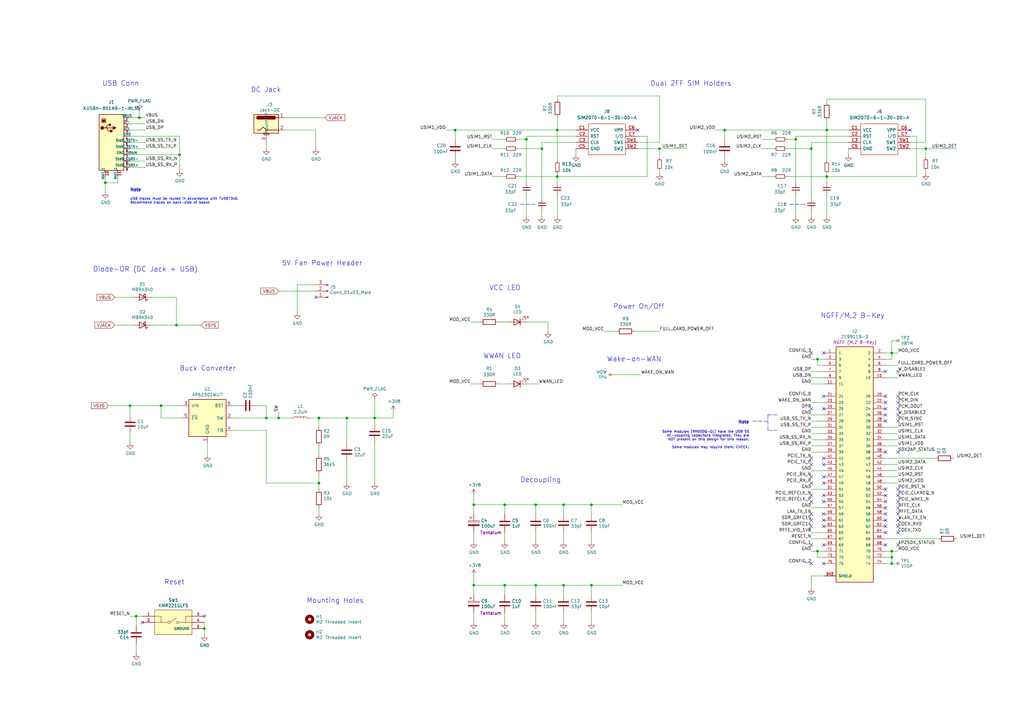
<source format=kicad_sch>
(kicad_sch (version 20211123) (generator eeschema)
  (paper "A3")
  (title_block (title "USB3 NGFF (M.2) Cellular Module Carrier") (rev "2") (comment 1 "All capacitors X7R or C0G MLCC 6.3V unless noted") (comment 2 "All resistors 1% unless noted") (comment 4 "Damien Walsh 2020 - www.damow.net"))
  (lib_symbols
    (symbol "2199119-3:2199119-3" (pin_names (offset 1.016))
      (property "Reference" "J" (at -7.6454 48.9966 0))
      (property "Value" "2199119-3" (at -7.62 -50.8762 0))
      (symbol "2199119-3_0_0"
        (pin passive line (at -12.7 45.72 0) (length 5.08) (name "1") (number "1"))
        (pin passive line (at 12.7 35.56 180) (length 5.08) (name "10") (number "10"))
        (pin passive line (at -12.7 33.02 0) (length 5.08) (name "11") (number "11"))
        (pin passive line (at 12.7 45.72 180) (length 5.08) (name "2") (number "2"))
        (pin passive line (at 12.7 27.94 180) (length 5.08) (name "20") (number "20"))
        (pin passive line (at -12.7 27.94 0) (length 5.08) (name "21") (number "21"))
        (pin passive line (at 12.7 25.4 180) (length 5.08) (name "22") (number "22"))
        (pin passive line (at -12.7 25.4 0) (length 5.08) (name "23") (number "23"))
        (pin passive line (at 12.7 22.86 180) (length 5.08) (name "24") (number "24"))
        (pin passive line (at -12.7 22.86 0) (length 5.08) (name "25") (number "25"))
        (pin passive line (at 12.7 20.32 180) (length 5.08) (name "26") (number "26"))
        (pin passive line (at -12.7 20.32 0) (length 5.08) (name "27") (number "27"))
        (pin passive line (at 12.7 17.78 180) (length 5.08) (name "28") (number "28"))
        (pin passive line (at -12.7 17.78 0) (length 5.08) (name "29") (number "29"))
        (pin passive line (at -12.7 43.18 0) (length 5.08) (name "3") (number "3"))
        (pin passive line (at 12.7 15.24 180) (length 5.08) (name "30") (number "30"))
        (pin passive line (at -12.7 15.24 0) (length 5.08) (name "31") (number "31"))
        (pin passive line (at 12.7 12.7 180) (length 5.08) (name "32") (number "32"))
        (pin passive line (at -12.7 12.7 0) (length 5.08) (name "33") (number "33"))
        (pin passive line (at 12.7 10.16 180) (length 5.08) (name "34") (number "34"))
        (pin passive line (at -12.7 10.16 0) (length 5.08) (name "35") (number "35"))
        (pin passive line (at 12.7 7.62 180) (length 5.08) (name "36") (number "36"))
        (pin passive line (at -12.7 7.62 0) (length 5.08) (name "37") (number "37"))
        (pin passive line (at 12.7 5.08 180) (length 5.08) (name "38") (number "38"))
        (pin passive line (at -12.7 5.08 0) (length 5.08) (name "39") (number "39"))
        (pin passive line (at 12.7 43.18 180) (length 5.08) (name "4") (number "4"))
        (pin passive line (at 12.7 2.54 180) (length 5.08) (name "40") (number "40"))
        (pin passive line (at -12.7 2.54 0) (length 5.08) (name "41") (number "41"))
        (pin passive line (at 12.7 0 180) (length 5.08) (name "42") (number "42"))
        (pin passive line (at -12.7 0 0) (length 5.08) (name "43") (number "43"))
        (pin passive line (at 12.7 -2.54 180) (length 5.08) (name "44") (number "44"))
        (pin passive line (at -12.7 -2.54 0) (length 5.08) (name "45") (number "45"))
        (pin passive line (at 12.7 -5.08 180) (length 5.08) (name "46") (number "46"))
        (pin passive line (at -12.7 -5.08 0) (length 5.08) (name "47") (number "47"))
        (pin passive line (at 12.7 -7.62 180) (length 5.08) (name "48") (number "48"))
        (pin passive line (at -12.7 -7.62 0) (length 5.08) (name "49") (number "49"))
        (pin passive line (at -12.7 40.64 0) (length 5.08) (name "5") (number "5"))
        (pin passive line (at 12.7 -10.16 180) (length 5.08) (name "50") (number "50"))
        (pin passive line (at -12.7 -10.16 0) (length 5.08) (name "51") (number "51"))
        (pin passive line (at 12.7 -12.7 180) (length 5.08) (name "52") (number "52"))
        (pin passive line (at -12.7 -12.7 0) (length 5.08) (name "53") (number "53"))
        (pin passive line (at 12.7 -15.24 180) (length 5.08) (name "54") (number "54"))
        (pin passive line (at -12.7 -15.24 0) (length 5.08) (name "55") (number "55"))
        (pin passive line (at 12.7 -17.78 180) (length 5.08) (name "56") (number "56"))
        (pin passive line (at -12.7 -17.78 0) (length 5.08) (name "57") (number "57"))
        (pin passive line (at 12.7 -20.32 180) (length 5.08) (name "58") (number "58"))
        (pin passive line (at -12.7 -20.32 0) (length 5.08) (name "59") (number "59"))
        (pin passive line (at 12.7 40.64 180) (length 5.08) (name "6") (number "6"))
        (pin passive line (at 12.7 -22.86 180) (length 5.08) (name "60") (number "60"))
        (pin passive line (at -12.7 -22.86 0) (length 5.08) (name "61") (number "61"))
        (pin passive line (at 12.7 -25.4 180) (length 5.08) (name "62") (number "62"))
        (pin passive line (at -12.7 -25.4 0) (length 5.08) (name "63") (number "63"))
        (pin passive line (at 12.7 -27.94 180) (length 5.08) (name "64") (number "64"))
        (pin passive line (at -12.7 -27.94 0) (length 5.08) (name "65") (number "65"))
        (pin passive line (at 12.7 -30.48 180) (length 5.08) (name "66") (number "66"))
        (pin passive line (at -12.7 -30.48 0) (length 5.08) (name "67") (number "67"))
        (pin passive line (at 12.7 -33.02 180) (length 5.08) (name "68") (number "68"))
        (pin passive line (at -12.7 -33.02 0) (length 5.08) (name "69") (number "69"))
        (pin passive line (at -12.7 38.1 0) (length 5.08) (name "7") (number "7"))
        (pin passive line (at 12.7 -35.56 180) (length 5.08) (name "70") (number "70"))
        (pin passive line (at -12.7 -35.56 0) (length 5.08) (name "71") (number "71"))
        (pin passive line (at 12.7 -38.1 180) (length 5.08) (name "72") (number "72"))
        (pin passive line (at -12.7 -38.1 0) (length 5.08) (name "73") (number "73"))
        (pin passive line (at 12.7 -40.64 180) (length 5.08) (name "74") (number "74"))
        (pin passive line (at -12.7 -40.64 0) (length 5.08) (name "75") (number "75"))
        (pin passive line (at 12.7 38.1 180) (length 5.08) (name "8") (number "8"))
        (pin passive line (at -12.7 35.56 0) (length 5.08) (name "9") (number "9"))
        (pin passive line (at -12.7 -45.72 0) (length 5.08) (name "SHIELD") (number "SH1"))
        (pin passive line (at -12.7 -45.72 0) (length 5.08) (name "SHIELD") (number "SH2"))
      )
    )
    (symbol "692221030100:692221030100" (pin_names (offset 0))
      (property "Reference" "J" (at -5.08 10.16 0))
      (property "Value" "692221030100" (at -5.08 12.7 0))
      (symbol "692221030100_1_1"
        (pin power_in line (at 7.62 6.35 180) (length 2.54) (name "VBUS") (number "1"))
        (pin passive line (at -2.54 -17.78 90) (length 2.54) (name "MNT_1") (number "10"))
        (pin passive line (at 2.54 -17.78 90) (length 2.54) (name "MNT_2") (number "11"))
        (pin bidirectional line (at 7.62 3.81 180) (length 2.54) (name "D-") (number "2"))
        (pin bidirectional line (at 7.62 1.27 180) (length 2.54) (name "D+") (number "3"))
        (pin power_in line (at 7.62 -1.27 180) (length 2.54) (name "GND") (number "4"))
        (pin output line (at 7.62 -3.81 180) (length 2.54) (name "StdB_SSTX-") (number "5"))
        (pin output line (at 7.62 -6.35 180) (length 2.54) (name "StdB_SSTX+") (number "6"))
        (pin power_in line (at 7.62 -8.89 180) (length 2.54) (name "GND_DRAIN") (number "7"))
        (pin input line (at 7.62 -11.43 180) (length 2.54) (name "StdB_SSRX-") (number "8"))
        (pin input line (at 7.62 -13.97 180) (length 2.54) (name "StdB_SSRX+") (number "9"))
      )
    )
    (symbol "Connector:Barrel_Jack_MountingPin"
      (property "Reference" "J3" (at 1.4224 7.9248 0))
      (property "Value" "Jack-DC" (at 1.4224 5.6896 0))
      (symbol "Barrel_Jack_MountingPin_1_1"
        (text "Mounting" (at 0 -4.191 0) (effects (font (size 0.381 0.381))))
        (pin passive line (at 7.62 2.54 180) (length 2.54) (name "~") (number "1"))
        (pin passive line (at 7.62 -2.54 180) (length 2.54) (name "~") (number "2"))
        (pin passive line (at 0 -7.62 90) (length 3.048) (name "MountPin") (number "3"))
      )
    )
    (symbol "Connector:Conn_01x03_Male" (pin_names (offset 1.016) hide)
      (property "Reference" "J" (at 0 5.08 0))
      (property "Value" "Conn_01x03_Male" (at 0 -5.08 0))
      (symbol "Conn_01x03_Male_1_1"
        (pin passive line (at 5.08 2.54 180) (length 3.81) (name "Pin_1") (number "1"))
        (pin passive line (at 5.08 0 180) (length 3.81) (name "Pin_2") (number "2"))
        (pin passive line (at 5.08 -2.54 180) (length 3.81) (name "Pin_3") (number "3"))
      )
    )
    (symbol "Connector:TestPoint_Small" (pin_numbers hide) (pin_names (offset 0.762) hide)
      (property "Reference" "TP" (at 0 3.81 0))
      (property "Value" "TestPoint_Small" (at 0 2.032 0))
      (symbol "TestPoint_Small_1_1"
        (pin passive line (at 0 0 90) (length 0) (name "1") (number "1"))
      )
    )
    (symbol "Device:C" (pin_numbers hide) (pin_names (offset 0.254))
      (property "Reference" "C" (at 0.635 2.54 0))
      (property "Value" "C" (at 0.635 -2.54 0))
      (symbol "C_1_1"
        (pin passive line (at 0 3.81 270) (length 2.794) (name "~") (number "1"))
        (pin passive line (at 0 -3.81 90) (length 2.794) (name "~") (number "2"))
      )
    )
    (symbol "Device:CP" (pin_numbers hide) (pin_names (offset 0.254))
      (property "Reference" "C" (at 0.635 2.54 0))
      (property "Value" "Device_CP" (at 0.635 -2.54 0))
      (symbol "CP_1_1"
        (pin passive line (at 0 3.81 270) (length 2.794) (name "~") (number "1"))
        (pin passive line (at 0 -3.81 90) (length 2.794) (name "~") (number "2"))
      )
    )
    (symbol "Device:C_Small" (pin_numbers hide) (pin_names (offset 0.254) hide)
      (property "Reference" "C" (at 0.254 1.778 0))
      (property "Value" "C_Small" (at 0.254 -2.032 0))
      (symbol "C_Small_1_1"
        (pin passive line (at 0 2.54 270) (length 2.032) (name "~") (number "1"))
        (pin passive line (at 0 -2.54 90) (length 2.032) (name "~") (number "2"))
      )
    )
    (symbol "Device:L" (pin_numbers hide) (pin_names (offset 1.016) hide)
      (property "Reference" "L" (at -1.27 0 90))
      (property "Value" "L" (at 1.905 0 90))
      (symbol "L_1_1"
        (pin passive line (at 0 3.81 270) (length 1.27) (name "1") (number "1"))
        (pin passive line (at 0 -3.81 90) (length 1.27) (name "2") (number "2"))
      )
    )
    (symbol "Device:LED" (pin_numbers hide) (pin_names (offset 1.016) hide)
      (property "Reference" "D" (at 0 2.54 0))
      (property "Value" "LED" (at 0 -2.54 0))
      (symbol "LED_1_1"
        (pin passive line (at -3.81 0 0) (length 2.54) (name "K") (number "1"))
        (pin passive line (at 3.81 0 180) (length 2.54) (name "A") (number "2"))
      )
    )
    (symbol "Device:R" (pin_numbers hide) (pin_names (offset 0))
      (property "Reference" "R" (at 2.032 0 90))
      (property "Value" "R" (at 0 0 90))
      (symbol "R_1_1"
        (pin passive line (at 0 3.81 270) (length 1.27) (name "~") (number "1"))
        (pin passive line (at 0 -3.81 90) (length 1.27) (name "~") (number "2"))
      )
    )
    (symbol "Device:R_Small" (pin_numbers hide) (pin_names (offset 0.254) hide)
      (property "Reference" "R" (at 0.762 0.508 0))
      (property "Value" "R_Small" (at 0.762 -1.016 0))
      (symbol "R_Small_1_1"
        (pin passive line (at 0 2.54 270) (length 0.762) (name "~") (number "1"))
        (pin passive line (at 0 -2.54 90) (length 0.762) (name "~") (number "2"))
      )
    )
    (symbol "Diode:MBRA340" (pin_numbers hide) (pin_names hide)
      (property "Reference" "D" (at 0 2.54 0))
      (property "Value" "MBRA340" (at 0 -2.54 0))
      (symbol "MBRA340_1_1"
        (pin passive line (at -3.81 0 0) (length 2.54) (name "K") (number "1"))
        (pin passive line (at 3.81 0 180) (length 2.54) (name "A") (number "2"))
      )
    )
    (symbol "KMR221GLFS:KMR221GLFS" (pin_names (offset 1.016))
      (property "Reference" "SW" (at 0 5.08 0))
      (property "Value" "KMR221GLFS" (at 0 7.62 0))
      (symbol "KMR221GLFS_1_1"
        (pin passive line (at 0 0 0) (length 5.08) (name "1") (number "1"))
        (pin passive line (at 0 -2.54 0) (length 5.08) (name "2") (number "2"))
        (pin passive line (at 25.4 0 180) (length 5.08) (name "3") (number "3"))
        (pin passive line (at 25.4 -2.54 180) (length 5.08) (name "4") (number "4"))
        (pin power_in line (at 25.4 -5.08 180) (length 5.08) (name "GROUND") (number "5"))
      )
    )
    (symbol "Mechanical:MountingHole" (pin_names (offset 1.016))
      (property "Reference" "H" (at 0 5.08 0))
      (property "Value" "MountingHole" (at 0 3.175 0))
    )
    (symbol "Power_Management:AP62301WU7" (pin_names (offset 1.016))
      (property "Reference" "U" (at 0 7.62 0))
      (property "Value" "Power_Management_AP62301WU7" (at 0 7.62 0))
      (symbol "AP62301WU7_1_1"
        (pin power_in line (at 0 -12.7 90) (length 2.54) (name "GND") (number "1"))
        (pin power_out line (at 10.16 -2.54 180) (length 2.54) (name "SW") (number "2"))
        (pin power_in line (at -10.16 2.54 0) (length 2.54) (name "VIN") (number "3"))
        (pin passive line (at 10.16 -7.62 180) (length 2.54) (name "FB") (number "4"))
        (pin input line (at -10.16 -2.54 0) (length 2.54) (name "~{EN}") (number "5"))
        (pin input line (at 10.16 2.54 180) (length 2.54) (name "BST") (number "6"))
      )
    )
    (symbol "SamacSys_Parts:SIM2070-6-1-30-00-A" (pin_names (offset 0.762))
      (property "Reference" "J" (at 21.59 7.62 0))
      (property "Value" "SIM2070-6-1-30-00-A" (at 21.59 5.08 0))
      (symbol "SIM2070-6-1-30-00-A_0_0"
        (pin passive line (at 0 0 0) (length 5.08) (name "VCC") (number "C1"))
        (pin passive line (at 0 -2.54 0) (length 5.08) (name "RST") (number "C2"))
        (pin passive line (at 0 -5.08 0) (length 5.08) (name "CLK") (number "C3"))
        (pin passive line (at 0 -7.62 0) (length 5.08) (name "GND") (number "C5"))
        (pin passive line (at 25.4 0 180) (length 5.08) (name "VPP") (number "C6"))
        (pin passive line (at 25.4 -2.54 180) (length 5.08) (name "I/O") (number "C7"))
        (pin passive line (at 25.4 -5.08 180) (length 5.08) (name "SW1") (number "SW1"))
        (pin passive line (at 25.4 -7.62 180) (length 5.08) (name "SW2") (number "SW2"))
      )
    )
    (symbol "power:+3V8" (power) (pin_names (offset 0))
      (property "Value" "+3V8" (at 0 3.556 0))
      (symbol "+3V8_1_1"
        (pin power_in line (at 0 0 90) (length 0) hide (name "+3V8") (number "1"))
      )
    )
    (symbol "power:GND" (power) (pin_names (offset 0))
      (property "Value" "GND" (at 0 -3.81 0))
      (symbol "GND_1_1"
        (pin power_in line (at 0 0 270) (length 0) hide (name "GND") (number "1"))
      )
    )
    (symbol "power:PWR_FLAG" (power) (pin_numbers hide) (pin_names (offset 0) hide)
      (property "Value" "PWR_FLAG" (at 0 3.81 0))
      (symbol "PWR_FLAG_0_0"
        (pin power_out line (at 0 0 90) (length 0) (name "pwr") (number "1"))
      )
    )
  )
  (junction (at 339.09 53.34))
  (junction (at 270.51 60.96))
  (junction (at 379.73 60.96))
  (junction (at 207.01 240.03))
  (junction (at 222.25 60.96))
  (junction (at 365.76 228.6))
  (junction (at 332.74 60.96))
  (junction (at 215.9 57.15))
  (junction (at 72.39 133.35))
  (junction (at 57.15 48.26))
  (junction (at 365.76 226.06))
  (junction (at 219.71 207.01))
  (junction (at 194.31 207.01))
  (junction (at 242.57 240.03))
  (junction (at 326.39 57.15))
  (junction (at 53.34 166.37))
  (junction (at 228.6 72.39))
  (junction (at 207.01 207.01))
  (junction (at 242.57 207.01))
  (junction (at 109.22 171.45))
  (junction (at 130.81 198.12))
  (junction (at 365.76 231.14))
  (junction (at 194.31 240.03))
  (junction (at 297.18 53.34))
  (junction (at 83.82 257.81))
  (junction (at 142.24 171.45))
  (junction (at 335.28 226.06))
  (junction (at 130.81 171.45))
  (junction (at 335.28 147.32))
  (junction (at 73.66 63.5))
  (junction (at 66.04 166.37))
  (junction (at 228.6 53.34))
  (junction (at 339.09 72.39))
  (junction (at 114.3 171.45))
  (junction (at 43.18 74.93))
  (junction (at 186.69 53.34))
  (junction (at 365.76 144.78))
  (junction (at 219.71 240.03))
  (junction (at 231.14 240.03))
  (junction (at 231.14 207.01))
  (junction (at 55.88 252.73))
  (junction (at 153.67 171.45))
  (no_connect (at 368.3 213.36))
  (no_connect (at 337.82 210.82))
  (no_connect (at 337.82 190.5))
  (no_connect (at 332.74 205.74))
  (no_connect (at 363.22 205.74))
  (no_connect (at 363.22 170.18))
  (no_connect (at 337.82 215.9))
  (no_connect (at 368.3 218.44))
  (no_connect (at 332.74 231.14))
  (no_connect (at 332.74 190.5))
  (no_connect (at 363.22 185.42))
  (no_connect (at 332.74 203.2))
  (no_connect (at 363.22 200.66))
  (no_connect (at 373.38 53.34))
  (no_connect (at 368.3 165.1))
  (no_connect (at 368.3 210.82))
  (no_connect (at 337.82 213.36))
  (no_connect (at 363.22 210.82))
  (no_connect (at 368.3 172.72))
  (no_connect (at 363.22 165.1))
  (no_connect (at 261.62 53.34))
  (no_connect (at 332.74 195.58))
  (no_connect (at 363.22 208.28))
  (no_connect (at 368.3 152.4))
  (no_connect (at 337.82 167.64))
  (no_connect (at 368.3 223.52))
  (no_connect (at 83.82 252.73))
  (no_connect (at 337.82 223.52))
  (no_connect (at 368.3 170.18))
  (no_connect (at 337.82 195.58))
  (no_connect (at 337.82 205.74))
  (no_connect (at 368.3 203.2))
  (no_connect (at 363.22 172.72))
  (no_connect (at 363.22 218.44))
  (no_connect (at 332.74 187.96))
  (no_connect (at 363.22 167.64))
  (no_connect (at 332.74 215.9))
  (no_connect (at 337.82 231.14))
  (no_connect (at 368.3 167.64))
  (no_connect (at 332.74 210.82))
  (no_connect (at 368.3 162.56))
  (no_connect (at 363.22 162.56))
  (no_connect (at 129.54 121.92))
  (no_connect (at 363.22 215.9))
  (no_connect (at 368.3 208.28))
  (no_connect (at 368.3 215.9))
  (no_connect (at 337.82 162.56))
  (no_connect (at 363.22 203.2))
  (no_connect (at 332.74 223.52))
  (no_connect (at 332.74 213.36))
  (no_connect (at 337.82 203.2))
  (no_connect (at 363.22 152.4))
  (no_connect (at 368.3 205.74))
  (no_connect (at 337.82 187.96))
  (no_connect (at 332.74 198.12))
  (no_connect (at 363.22 223.52))
  (no_connect (at 337.82 144.78))
  (no_connect (at 368.3 185.42))
  (no_connect (at 368.3 200.66))
  (no_connect (at 337.82 198.12))
  (no_connect (at 58.42 255.27))
  (no_connect (at 332.74 167.64))
  (no_connect (at 332.74 144.78))
  (no_connect (at 363.22 213.36))
  (wire (pts (xy 247.65 135.89) (xy 252.73 135.89)))
  (wire (pts (xy 207.01 251.46) (xy 207.01 255.27)))
  (wire (pts (xy 130.81 182.88) (xy 130.81 186.69)))
  (wire (pts (xy 74.93 171.45) (xy 66.04 171.45)))
  (wire (pts (xy 379.73 60.96) (xy 392.43 60.96)))
  (wire (pts (xy 322.58 60.96) (xy 332.74 60.96)))
  (wire (pts (xy 194.31 236.22) (xy 194.31 240.03)))
  (wire (pts (xy 332.74 60.96) (xy 332.74 81.28)))
  (wire (pts (xy 109.22 171.45) (xy 114.3 171.45)))
  (wire (pts (xy 337.82 226.06) (xy 335.28 226.06)))
  (wire (pts (xy 242.57 240.03) (xy 231.14 240.03)))
  (wire (pts (xy 293.37 53.34) (xy 297.18 53.34)))
  (wire (pts (xy 365.76 226.06) (xy 368.3 226.06)))
  (wire (pts (xy 265.43 55.88) (xy 261.62 55.88)))
  (polyline (pts (xy 314.96 170.18) (xy 314.96 176.53)))
  (wire (pts (xy 365.76 144.78) (xy 363.22 144.78)))
  (wire (pts (xy 375.92 55.88) (xy 375.92 72.39)))
  (wire (pts (xy 332.74 165.1) (xy 337.82 165.1)))
  (wire (pts (xy 231.14 218.44) (xy 231.14 222.25)))
  (wire (pts (xy 337.82 218.44) (xy 332.74 218.44)))
  (wire (pts (xy 224.79 132.08) (xy 224.79 135.89)))
  (wire (pts (xy 337.82 170.18) (xy 332.74 170.18)))
  (wire (pts (xy 242.57 210.82) (xy 242.57 207.01)))
  (wire (pts (xy 53.34 177.8) (xy 53.34 181.61)))
  (wire (pts (xy 297.18 53.34) (xy 297.18 57.15)))
  (wire (pts (xy 337.82 193.04) (xy 332.74 193.04)))
  (wire (pts (xy 54.61 121.92) (xy 46.99 121.92)))
  (wire (pts (xy 186.69 53.34) (xy 228.6 53.34)))
  (wire (pts (xy 130.81 175.26) (xy 130.81 171.45)))
  (wire (pts (xy 109.22 58.42) (xy 109.22 60.96)))
  (wire (pts (xy 335.28 226.06) (xy 332.74 226.06)))
  (wire (pts (xy 153.67 181.61) (xy 153.67 198.12)))
  (wire (pts (xy 368.3 139.7) (xy 365.76 139.7)))
  (wire (pts (xy 215.9 55.88) (xy 236.22 55.88)))
  (wire (pts (xy 182.88 53.34) (xy 186.69 53.34)))
  (wire (pts (xy 204.47 157.48) (xy 208.28 157.48)))
  (wire (pts (xy 375.92 55.88) (xy 373.38 55.88)))
  (wire (pts (xy 109.22 171.45) (xy 95.25 171.45)))
  (wire (pts (xy 53.34 48.26) (xy 57.15 48.26)))
  (wire (pts (xy 255.27 207.01) (xy 242.57 207.01)))
  (wire (pts (xy 332.74 86.36) (xy 332.74 88.9)))
  (wire (pts (xy 83.82 255.27) (xy 83.82 257.81)))
  (wire (pts (xy 57.15 48.26) (xy 59.69 48.26)))
  (wire (pts (xy 379.73 40.64) (xy 339.09 40.64)))
  (polyline (pts (xy 213.36 83.82) (xy 219.71 83.82)))
  (wire (pts (xy 59.69 66.04) (xy 53.34 66.04)))
  (wire (pts (xy 339.09 40.64) (xy 339.09 41.91)))
  (wire (pts (xy 335.28 147.32) (xy 337.82 147.32)))
  (wire (pts (xy 83.82 257.81) (xy 83.82 260.35)))
  (wire (pts (xy 222.25 86.36) (xy 222.25 88.9)))
  (wire (pts (xy 363.22 147.32) (xy 365.76 147.32)))
  (wire (pts (xy 85.09 181.61) (xy 85.09 186.69)))
  (wire (pts (xy 337.82 157.48) (xy 332.74 157.48)))
  (wire (pts (xy 194.31 207.01) (xy 194.31 210.82)))
  (wire (pts (xy 142.24 171.45) (xy 130.81 171.45)))
  (wire (pts (xy 363.22 180.34) (xy 368.3 180.34)))
  (wire (pts (xy 363.22 175.26) (xy 368.3 175.26)))
  (wire (pts (xy 121.92 116.84) (xy 129.54 116.84)))
  (wire (pts (xy 228.6 39.37) (xy 270.51 39.37)))
  (wire (pts (xy 270.51 60.96) (xy 270.51 64.77)))
  (wire (pts (xy 224.79 132.08) (xy 215.9 132.08)))
  (wire (pts (xy 194.31 251.46) (xy 194.31 255.27)))
  (wire (pts (xy 332.74 236.22) (xy 332.74 241.3)))
  (wire (pts (xy 219.71 251.46) (xy 219.71 255.27)))
  (wire (pts (xy 326.39 74.93) (xy 326.39 57.15)))
  (wire (pts (xy 337.82 154.94) (xy 332.74 154.94)))
  (wire (pts (xy 368.3 144.78) (xy 365.76 144.78)))
  (wire (pts (xy 53.34 252.73) (xy 55.88 252.73)))
  (wire (pts (xy 207.01 218.44) (xy 207.01 222.25)))
  (wire (pts (xy 228.6 72.39) (xy 265.43 72.39)))
  (wire (pts (xy 228.6 66.04) (xy 228.6 53.34)))
  (wire (pts (xy 66.04 171.45) (xy 66.04 166.37)))
  (wire (pts (xy 219.71 240.03) (xy 207.01 240.03)))
  (wire (pts (xy 368.3 195.58) (xy 363.22 195.58)))
  (wire (pts (xy 363.22 154.94) (xy 368.3 154.94)))
  (wire (pts (xy 207.01 210.82) (xy 207.01 207.01)))
  (wire (pts (xy 129.54 53.34) (xy 129.54 60.96)))
  (wire (pts (xy 43.18 74.93) (xy 48.26 74.93)))
  (wire (pts (xy 242.57 218.44) (xy 242.57 222.25)))
  (wire (pts (xy 347.98 55.88) (xy 326.39 55.88)))
  (wire (pts (xy 261.62 60.96) (xy 270.51 60.96)))
  (wire (pts (xy 332.74 175.26) (xy 337.82 175.26)))
  (wire (pts (xy 261.62 58.42) (xy 270.51 58.42)))
  (wire (pts (xy 194.31 218.44) (xy 194.31 222.25)))
  (wire (pts (xy 130.81 208.28) (xy 130.81 210.82)))
  (wire (pts (xy 326.39 80.01) (xy 326.39 88.9)))
  (wire (pts (xy 215.9 57.15) (xy 215.9 55.88)))
  (wire (pts (xy 260.35 135.89) (xy 270.51 135.89)))
  (wire (pts (xy 317.5 60.96) (xy 312.42 60.96)))
  (polyline (pts (xy 318.77 170.18) (xy 314.96 170.18)))
  (wire (pts (xy 73.66 63.5) (xy 73.66 69.85)))
  (wire (pts (xy 222.25 58.42) (xy 222.25 60.96)))
  (wire (pts (xy 335.28 228.6) (xy 337.82 228.6)))
  (wire (pts (xy 332.74 220.98) (xy 337.82 220.98)))
  (wire (pts (xy 53.34 53.34) (xy 59.69 53.34)))
  (wire (pts (xy 53.34 63.5) (xy 73.66 63.5)))
  (wire (pts (xy 379.73 60.96) (xy 379.73 64.77)))
  (wire (pts (xy 322.58 57.15) (xy 326.39 57.15)))
  (wire (pts (xy 228.6 71.12) (xy 228.6 72.39)))
  (wire (pts (xy 97.79 166.37) (xy 95.25 166.37)))
  (wire (pts (xy 142.24 189.23) (xy 142.24 198.12)))
  (wire (pts (xy 363.22 193.04) (xy 368.3 193.04)))
  (wire (pts (xy 130.81 171.45) (xy 127 171.45)))
  (wire (pts (xy 228.6 74.93) (xy 228.6 72.39)))
  (wire (pts (xy 186.69 53.34) (xy 186.69 57.15)))
  (wire (pts (xy 365.76 147.32) (xy 365.76 144.78)))
  (wire (pts (xy 365.76 228.6) (xy 365.76 231.14)))
  (wire (pts (xy 207.01 243.84) (xy 207.01 240.03)))
  (wire (pts (xy 53.34 68.58) (xy 59.69 68.58)))
  (wire (pts (xy 193.04 157.48) (xy 196.85 157.48)))
  (wire (pts (xy 368.3 231.14) (xy 365.76 231.14)))
  (wire (pts (xy 212.09 72.39) (xy 228.6 72.39)))
  (wire (pts (xy 62.23 121.92) (xy 72.39 121.92)))
  (wire (pts (xy 242.57 207.01) (xy 231.14 207.01)))
  (wire (pts (xy 53.34 58.42) (xy 59.69 58.42)))
  (wire (pts (xy 194.31 203.2) (xy 194.31 207.01)))
  (wire (pts (xy 228.6 39.37) (xy 228.6 40.64)))
  (wire (pts (xy 373.38 58.42) (xy 379.73 58.42)))
  (polyline (pts (xy 314.96 176.53) (xy 318.77 176.53)))
  (wire (pts (xy 231.14 251.46) (xy 231.14 255.27)))
  (wire (pts (xy 193.04 132.08) (xy 196.85 132.08)))
  (wire (pts (xy 72.39 121.92) (xy 72.39 133.35)))
  (wire (pts (xy 55.88 252.73) (xy 55.88 256.54)))
  (wire (pts (xy 53.34 166.37) (xy 53.34 170.18)))
  (wire (pts (xy 55.88 252.73) (xy 58.42 252.73)))
  (wire (pts (xy 53.34 166.37) (xy 66.04 166.37)))
  (wire (pts (xy 53.34 60.96) (xy 59.69 60.96)))
  (wire (pts (xy 207.01 72.39) (xy 201.93 72.39)))
  (wire (pts (xy 312.42 57.15) (xy 317.5 57.15)))
  (wire (pts (xy 250.19 153.67) (xy 262.89 153.67)))
  (wire (pts (xy 363.22 226.06) (xy 365.76 226.06)))
  (wire (pts (xy 265.43 72.39) (xy 265.43 55.88)))
  (wire (pts (xy 53.34 55.88) (xy 73.66 55.88)))
  (polyline (pts (xy 314.96 172.72) (xy 308.61 172.72)))
  (wire (pts (xy 55.88 264.16) (xy 55.88 267.97)))
  (wire (pts (xy 326.39 55.88) (xy 326.39 57.15)))
  (wire (pts (xy 368.3 190.5) (xy 363.22 190.5)))
  (wire (pts (xy 365.76 231.14) (xy 363.22 231.14)))
  (wire (pts (xy 373.38 60.96) (xy 379.73 60.96)))
  (wire (pts (xy 95.25 176.53) (xy 109.22 176.53)))
  (wire (pts (xy 43.18 74.93) (xy 43.18 78.74)))
  (wire (pts (xy 347.98 63.5) (xy 347.98 60.96)))
  (wire (pts (xy 72.39 133.35) (xy 82.55 133.35)))
  (wire (pts (xy 297.18 53.34) (xy 339.09 53.34)))
  (wire (pts (xy 212.09 60.96) (xy 222.25 60.96)))
  (wire (pts (xy 186.69 64.77) (xy 186.69 66.04)))
  (wire (pts (xy 53.34 166.37) (xy 44.45 166.37)))
  (wire (pts (xy 228.6 80.01) (xy 228.6 88.9)))
  (wire (pts (xy 228.6 53.34) (xy 236.22 53.34)))
  (wire (pts (xy 105.41 166.37) (xy 109.22 166.37)))
  (wire (pts (xy 339.09 71.12) (xy 339.09 72.39)))
  (wire (pts (xy 337.82 180.34) (xy 332.74 180.34)))
  (wire (pts (xy 337.82 172.72) (xy 332.74 172.72)))
  (wire (pts (xy 153.67 173.99) (xy 153.67 171.45)))
  (wire (pts (xy 270.51 71.12) (xy 270.51 69.85)))
  (wire (pts (xy 365.76 226.06) (xy 365.76 228.6)))
  (wire (pts (xy 219.71 210.82) (xy 219.71 207.01)))
  (wire (pts (xy 215.9 74.93) (xy 215.9 57.15)))
  (wire (pts (xy 228.6 48.26) (xy 228.6 53.34)))
  (wire (pts (xy 363.22 220.98) (xy 384.81 220.98)))
  (wire (pts (xy 62.23 133.35) (xy 72.39 133.35)))
  (wire (pts (xy 347.98 58.42) (xy 332.74 58.42)))
  (wire (pts (xy 231.14 207.01) (xy 219.71 207.01)))
  (wire (pts (xy 332.74 185.42) (xy 337.82 185.42)))
  (wire (pts (xy 220.98 157.48) (xy 215.9 157.48)))
  (wire (pts (xy 332.74 147.32) (xy 335.28 147.32)))
  (wire (pts (xy 207.01 60.96) (xy 201.93 60.96)))
  (wire (pts (xy 363.22 149.86) (xy 368.3 149.86)))
  (wire (pts (xy 109.22 198.12) (xy 130.81 198.12)))
  (wire (pts (xy 379.73 40.64) (xy 379.73 58.42)))
  (wire (pts (xy 337.82 152.4) (xy 332.74 152.4)))
  (wire (pts (xy 270.51 60.96) (xy 281.94 60.96)))
  (polyline (pts (xy 323.85 83.82) (xy 330.2 83.82)))
  (wire (pts (xy 335.28 226.06) (xy 335.28 228.6)))
  (wire (pts (xy 130.81 194.31) (xy 130.81 198.12)))
  (wire (pts (xy 332.74 177.8) (xy 337.82 177.8)))
  (wire (pts (xy 363.22 198.12) (xy 368.3 198.12)))
  (wire (pts (xy 114.3 168.91) (xy 114.3 171.45)))
  (wire (pts (xy 142.24 171.45) (xy 153.67 171.45)))
  (wire (pts (xy 368.3 177.8) (xy 363.22 177.8)))
  (wire (pts (xy 379.73 71.12) (xy 379.73 69.85)))
  (wire (pts (xy 121.92 116.84) (xy 121.92 128.27)))
  (wire (pts (xy 339.09 74.93) (xy 339.09 72.39)))
  (wire (pts (xy 270.51 39.37) (xy 270.51 58.42)))
  (wire (pts (xy 54.61 133.35) (xy 46.99 133.35)))
  (wire (pts (xy 222.25 60.96) (xy 222.25 81.28)))
  (wire (pts (xy 322.58 72.39) (xy 339.09 72.39)))
  (wire (pts (xy 130.81 200.66) (xy 130.81 198.12)))
  (wire (pts (xy 231.14 210.82) (xy 231.14 207.01)))
  (wire (pts (xy 242.57 243.84) (xy 242.57 240.03)))
  (wire (pts (xy 363.22 228.6) (xy 365.76 228.6)))
  (wire (pts (xy 317.5 72.39) (xy 312.42 72.39)))
  (wire (pts (xy 48.26 74.93) (xy 48.26 72.39)))
  (wire (pts (xy 368.3 182.88) (xy 363.22 182.88)))
  (wire (pts (xy 57.15 45.72) (xy 57.15 48.26)))
  (wire (pts (xy 215.9 80.01) (xy 215.9 88.9)))
  (wire (pts (xy 231.14 243.84) (xy 231.14 240.03)))
  (wire (pts (xy 335.28 147.32) (xy 335.28 149.86)))
  (wire (pts (xy 43.18 72.39) (xy 43.18 74.93)))
  (wire (pts (xy 114.3 171.45) (xy 119.38 171.45)))
  (wire (pts (xy 231.14 240.03) (xy 219.71 240.03)))
  (wire (pts (xy 116.84 53.34) (xy 129.54 53.34)))
  (wire (pts (xy 153.67 163.83) (xy 153.67 171.45)))
  (wire (pts (xy 153.67 171.45) (xy 161.29 171.45)))
  (wire (pts (xy 212.09 57.15) (xy 215.9 57.15)))
  (wire (pts (xy 339.09 66.04) (xy 339.09 53.34)))
  (wire (pts (xy 236.22 58.42) (xy 222.25 58.42)))
  (wire (pts (xy 365.76 144.78) (xy 365.76 139.7)))
  (wire (pts (xy 347.98 53.34) (xy 339.09 53.34)))
  (wire (pts (xy 332.74 58.42) (xy 332.74 60.96)))
  (wire (pts (xy 363.22 187.96) (xy 383.54 187.96)))
  (wire (pts (xy 255.27 240.03) (xy 242.57 240.03)))
  (wire (pts (xy 53.34 50.8) (xy 59.69 50.8)))
  (wire (pts (xy 161.29 171.45) (xy 161.29 168.91)))
  (wire (pts (xy 242.57 251.46) (xy 242.57 255.27)))
  (wire (pts (xy 194.31 207.01) (xy 207.01 207.01)))
  (wire (pts (xy 201.93 57.15) (xy 207.01 57.15)))
  (wire (pts (xy 236.22 63.5) (xy 236.22 60.96)))
  (wire (pts (xy 194.31 240.03) (xy 207.01 240.03)))
  (wire (pts (xy 109.22 166.37) (xy 109.22 171.45)))
  (wire (pts (xy 297.18 64.77) (xy 297.18 66.04)))
  (wire (pts (xy 339.09 49.53) (xy 339.09 53.34)))
  (wire (pts (xy 337.82 236.22) (xy 332.74 236.22)))
  (wire (pts (xy 219.71 218.44) (xy 219.71 222.25)))
  (wire (pts (xy 332.74 208.28) (xy 337.82 208.28)))
  (wire (pts (xy 194.31 240.03) (xy 194.31 243.84)))
  (wire (pts (xy 335.28 149.86) (xy 337.82 149.86)))
  (wire (pts (xy 109.22 176.53) (xy 109.22 198.12)))
  (wire (pts (xy 332.74 182.88) (xy 337.82 182.88)))
  (wire (pts (xy 219.71 207.01) (xy 207.01 207.01)))
  (wire (pts (xy 219.71 243.84) (xy 219.71 240.03)))
  (wire (pts (xy 339.09 80.01) (xy 339.09 88.9)))
  (wire (pts (xy 204.47 132.08) (xy 208.28 132.08)))
  (wire (pts (xy 116.84 48.26) (xy 133.35 48.26)))
  (wire (pts (xy 74.93 166.37) (xy 66.04 166.37)))
  (wire (pts (xy 332.74 200.66) (xy 337.82 200.66)))
  (wire (pts (xy 73.66 55.88) (xy 73.66 63.5)))
  (wire (pts (xy 339.09 72.39) (xy 375.92 72.39)))
  (wire (pts (xy 142.24 181.61) (xy 142.24 171.45)))
  (wire (pts (xy 114.3 119.38) (xy 129.54 119.38)))
  (text "Wake-on-WAN" (at 248.92 148.59 0) (effects (font (size 2.0066 2.0066)) (justify left bottom)))
  (text "USB Conn" (at 41.91 35.56 0) (effects (font (size 2.0066 2.0066)) (justify left bottom)))
  (text "5V Fan Power Header" (at 115.57 109.22 0) (effects (font (size 2.0066 2.0066)) (justify left bottom)))
  (text "VCC LED" (at 200.66 119.38 0) (effects (font (size 2.0066 2.0066)) (justify left bottom)))
  (text "USB traces must be routed in accordance with TUSB73x0.\nRecommend traces on back-side of board." (at 53.34 83.82 0) (effects (font (size 0.9906 0.9906)) (justify left bottom)))
  (text "Buck Converter" (at 73.66 152.4 0) (effects (font (size 2.0066 2.0066)) (justify left bottom)))
  (text "Note" (at 307.34 173.99 180) (effects (font (size 1.27 1.27) (thickness 0.254) bold) (justify right bottom)))
  (text "Note" (at 53.34 78.74 0) (effects (font (size 1.27 1.27) (thickness 0.254) bold) (justify left bottom)))
  (text "Some modules (RM500Q-GL) have the USB SS\nAC-coupling capacitors integrated. They are\nNOT present on this design for this reason.\n\nSome modules may require them. CHECK." (at 307.34 184.15 0) (effects (font (size 0.9906 0.9906)) (justify right bottom)))
  (text "Power On/Off" (at 251.46 127 0) (effects (font (size 2.0066 2.0066)) (justify left bottom)))
  (text "Decoupling" (at 213.36 198.12 0) (effects (font (size 2.0066 2.0066)) (justify left bottom)))
  (text "WWAN LED" (at 198.12 147.32 0) (effects (font (size 2.0066 2.0066)) (justify left bottom)))
  (text "Diode-OR (DC Jack + USB)" (at 38.1 111.76 0) (effects (font (size 2.0066 2.0066)) (justify left bottom)))
  (text "Mounting Holes" (at 125.73 247.65 0) (effects (font (size 2.0066 2.0066)) (justify left bottom)))
  (text "NGFF/M.2 B-Key" (at 336.55 130.81 0) (effects (font (size 2.0066 2.0066)) (justify left bottom)))
  (text "Reset" (at 67.31 240.03 0) (effects (font (size 2.0066 2.0066)) (justify left bottom)))
  (text "DC Jack" (at 102.87 38.1 0) (effects (font (size 2.0066 2.0066)) (justify left bottom)))
  (text "Dual 2FF SIM Holders" (at 266.7 35.56 0) (effects (font (size 2.0066 2.0066)) (justify left bottom)))
  (label "MOD_VCC" (at 368.3 144.78 0))
  (label "USB_DN" (at 59.69 50.8 0))
  (label "COEX_RXD" (at 368.3 215.9 0))
  (label "CONFIG_0" (at 332.74 162.56 180))
  (label "SDR_GRFC14" (at 332.74 215.9 180))
  (label "USB_SS_TX_N" (at 59.69 58.42 0))
  (label "W_DISABLE2" (at 368.3 170.18 0))
  (label "RFFE_CLK" (at 368.3 208.28 0))
  (label "USIM2_VDD" (at 368.3 198.12 0))
  (label "DPR" (at 332.74 167.64 180))
  (label "USB_DP" (at 59.69 53.34 0))
  (label "MOD_VCC" (at 193.04 157.48 180))
  (label "USB_SS_RX_N" (at 59.69 66.04 0))
  (label "SDR_GRFC15" (at 332.74 213.36 180))
  (label "SDX2AP_STATUS" (at 368.3 185.42 0))
  (label "USIM2_VDD" (at 293.37 53.34 180))
  (label "USIM1_VDD" (at 368.3 182.88 0))
  (label "MOD_VCC" (at 255.27 240.03 0))
  (label "USIM2_DET" (at 392.43 187.96 0))
  (label "USIM2_CLK" (at 368.3 193.04 0))
  (label "GND" (at 332.74 177.8 180))
  (label "RESET_N" (at 53.34 252.73 180))
  (label "USIM2_CLK" (at 312.42 60.96 180))
  (label "MOD_VCC" (at 247.65 135.89 180))
  (label "USB_DP" (at 332.74 152.4 180))
  (label "GND" (at 332.74 170.18 180))
  (label "USB_SS_TX_N" (at 332.74 172.72 180))
  (label "USB_SS_RX_N" (at 332.74 180.34 180))
  (label "FULL_CARD_POWER_OFF" (at 368.3 149.86 0))
  (label "WAKE_ON_WAN" (at 332.74 165.1 180))
  (label "PCIE_REFCLK_N" (at 332.74 203.2 180))
  (label "USB_SS_TX_P" (at 332.74 175.26 180))
  (label "WAKE_ON_WAN" (at 262.89 153.67 0))
  (label "RFFE_DATA" (at 368.3 210.82 0))
  (label "PCM_CLK" (at 368.3 162.56 0))
  (label "USIM1_DET" (at 281.94 60.96 180))
  (label "GND" (at 332.74 200.66 180))
  (label "USIM2_RST" (at 312.42 57.15 180))
  (label "SW" (at 114.3 168.91 90))
  (label "GND" (at 332.74 226.06 180))
  (label "GND" (at 332.74 193.04 180))
  (label "PCIE_CLKREQ_N" (at 368.3 203.2 0))
  (label "USIM1_VDD" (at 182.88 53.34 180))
  (label "USB_DN" (at 332.74 154.94 180))
  (label "COEX_TXD" (at 368.3 218.44 0))
  (label "USB_SS_TX_P" (at 59.69 60.96 0))
  (label "PCIE_RX_P" (at 332.74 198.12 180))
  (label "USIM2_DATA" (at 312.42 72.39 180))
  (label "WLAN_TX_EN" (at 368.3 213.36 0))
  (label "CONFIG_1" (at 332.74 223.52 180))
  (label "LAA_TX_EN" (at 332.74 210.82 180))
  (label "USB_SS_RX_P" (at 59.69 68.58 0))
  (label "WWAN_LED" (at 368.3 154.94 0))
  (label "USB_SS_RX_P" (at 332.74 182.88 180))
  (label "PCIE_REFCLK_P" (at 332.74 205.74 180))
  (label "WWAN_LED" (at 220.98 157.48 0))
  (label "USIM2_DATA" (at 368.3 190.5 0))
  (label "GND" (at 332.74 208.28 180))
  (label "USIM1_DATA" (at 368.3 180.34 0))
  (label "GND" (at 332.74 185.42 180))
  (label "CONFIG_3" (at 332.74 144.78 180))
  (label "USIM2_DET" (at 392.43 60.96 180))
  (label "PCIE_RST_N" (at 368.3 200.66 0))
  (label "PCM_DOUT" (at 368.3 167.64 0))
  (label "FULL_CARD_POWER_OFF" (at 270.51 135.89 0))
  (label "AP2SDX_STATUS" (at 368.3 223.52 0))
  (label "PCIE_WAKE_N" (at 368.3 205.74 0))
  (label "GND" (at 332.74 157.48 180))
  (label "GND" (at 332.74 147.32 180))
  (label "PCIE_TX_N" (at 332.74 187.96 180))
  (label "PCIE_TX_P" (at 332.74 190.5 180))
  (label "PCM_DIN" (at 368.3 165.1 0))
  (label "CONFIG_2" (at 332.74 231.14 180))
  (label "USIM1_RST" (at 368.3 175.26 0))
  (label "USIM2_RST" (at 368.3 195.58 0))
  (label "PCM_SYNC" (at 368.3 172.72 0))
  (label "MOD_VCC" (at 255.27 207.01 0))
  (label "USIM1_RST" (at 201.93 57.15 180))
  (label "MOD_VCC" (at 193.04 132.08 180))
  (label "W_DISABLE1" (at 368.3 152.4 0))
  (label "RFFE_VIO_1V8" (at 332.74 218.44 180))
  (label "USIM1_DATA" (at 201.93 72.39 180))
  (label "PCIE_RX_N" (at 332.74 195.58 180))
  (label "USIM1_DET" (at 393.7 220.98 0))
  (label "USIM1_CLK" (at 368.3 177.8 0))
  (label "VBUS" (at 59.69 48.26 0))
  (label "RESET_N" (at 332.74 220.98 180))
  (label "MOD_VCC" (at 368.3 226.06 0))
  (label "USIM1_CLK" (at 201.93 60.96 180))
  (global_label "VJACK" (shape input) (at 133.35 48.26 0) (property "Intersheet References" "${INTERSHEET_REFS}" (effects hide)))
  (global_label "VBUS" (shape input) (at 46.99 121.92 180) (property "Intersheet References" "${INTERSHEET_REFS}" (effects hide)))
  (global_label "VBUS" (shape input) (at 114.3 119.38 180) (property "Intersheet References" "${INTERSHEET_REFS}" (effects hide)))
  (global_label "VSYS" (shape input) (at 44.45 166.37 180) (property "Intersheet References" "${INTERSHEET_REFS}" (effects hide)))
  (global_label "VSYS" (shape input) (at 82.55 133.35 0) (property "Intersheet References" "${INTERSHEET_REFS}" (effects hide)))
  (global_label "VJACK" (shape input) (at 46.99 133.35 180) (property "Intersheet References" "${INTERSHEET_REFS}" (effects hide)))
  (symbol (lib_id "2199119-3:2199119-3") (at 350.52 190.5 0) (unit 1)
    (property "Reference" "J2" (at 350.52 135.89 0))
    (property "Value" "2199119-3" (at 350.52 138.1252 0))
    (property "Footprint" "footprint:TE_2199119-3" (effects hide))
    (property "Note" "NGFF (M.2 B-Key)" (at 350.52 140.3604 0) (effects (font italic)))
    (property "Int @ 10" "0.831" (effects hide))
    (property "MPN" "2199119-3" (effects hide))
    (property "Mfr" "TE Connectivity" (effects hide))
    (property "SKU" "571-2199119-3" (effects hide))
    (property "Vendor" "Mouser" (effects hide))
  )
  (symbol (lib_id "692221030100:692221030100") (at 45.72 54.61 0) (unit 1)
    (property "Reference" "J1" (at 45.72 41.91 0))
    (property "Value" "KUSBX-BS1N9-1-BL30" (at 45.72 44.45 0))
    (property "Footprint" "footprint:Wurth-692221030100-0-0-MFG" (effects hide))
    (property "Datasheet" "https://4donline.ihs.com/images/VipMasterIC/IC/KYCO/KYCO-S-A0001347542/KYCO-S-A0002955208-1.pdf?hkey=52A5661711E402568146F3353EA87419" (effects hide))
    (property "Int @ 10" "1.75" (effects hide))
    (property "MPN" "KUSBX-BS1N9-1-BL30" (effects hide))
    (property "Mfr" "Kycon" (effects hide))
    (property "SKU" "806-KUSBX-BS1N91BL30" (effects hide))
    (property "Vendor" "Mouser" (effects hide))
  )
  (symbol (lib_id "power:GND") (at 43.18 78.74 0) (unit 1)
    (property "Reference" "#PWR0101" (effects hide))
    (property "Value" "GND" (at 43.2816 83.058 0))
  )
  (symbol (lib_id "power:GND") (at 85.09 186.69 0) (unit 1)
    (property "Reference" "#PWR0104" (effects hide))
    (property "Value" "GND" (at 85.1916 191.008 0))
  )
  (symbol (lib_id "power:GND") (at 332.74 241.3 0) (unit 1)
    (property "Reference" "#PWR0105" (effects hide))
    (property "Value" "GND" (at 332.8416 245.618 0))
  )
  (symbol (lib_id "Connector:Barrel_Jack_MountingPin") (at 109.22 50.8 0) (unit 1)
    (property "Reference" "J3" (at 110.6424 42.8752 0))
    (property "Value" "Jack-DC" (at 110.6424 45.1104 0))
    (property "Footprint" "Connector_BarrelJack:BarrelJack_Wuerth_6941xx301002" (effects hide))
    (property "Int @ 10" "0.74" (effects hide))
    (property "MPN" "694106301002 " (effects hide))
    (property "Mfr" "Wurth" (effects hide))
    (property "SKU" "710-694106301002" (effects hide))
    (property "Vendor" "Mouser" (effects hide))
  )
  (symbol (lib_id "Diode:MBRA340") (at 58.42 121.92 180) (unit 1)
    (property "Reference" "D1" (at 58.42 116.5352 0))
    (property "Value" "MBRA340" (at 58.42 118.7704 0))
    (property "Footprint" "Diode_SMD:D_SMA" (effects hide))
    (property "Datasheet" "https://www.onsemi.com/pub/Collateral/MBRA340T3-D.PDF" (effects hide))
    (property "Int @ 10" "0.262" (effects hide))
    (property "MPN" "MBRA340T3G" (effects hide))
    (property "Mfr" "ON Semiconductor" (effects hide))
    (property "SKU" "863-MBRA340T3G " (effects hide))
    (property "Vendor" "Mouser" (effects hide))
  )
  (symbol (lib_id "power:GND") (at 73.66 69.85 0) (unit 1)
    (property "Reference" "#PWR0102" (effects hide))
    (property "Value" "GND" (at 73.7616 74.168 0))
  )
  (symbol (lib_id "power:GND") (at 109.22 60.96 0) (unit 1)
    (property "Reference" "#PWR02" (effects hide))
    (property "Value" "GND" (at 109.3216 65.278 0))
  )
  (symbol (lib_id "Device:C") (at 53.34 173.99 0) (unit 1)
    (property "Reference" "C1" (at 56.261 172.8724 0) (effects (justify left)))
    (property "Value" "10uF" (at 56.261 175.1076 0) (effects (justify left)))
    (property "Footprint" "Capacitor_SMD:C_0805_2012Metric" (effects hide))
    (property "Int @ 10" "0.059" (effects hide))
    (property "MPN" "GRM21BR71A106KA73K" (effects hide))
    (property "Mfr" "MuRata Electronics" (effects hide))
    (property "SKU" "81-GRM21BR71A106KA73K" (effects hide))
    (property "Vendor" "Mouser" (effects hide))
  )
  (symbol (lib_id "power:GND") (at 129.54 60.96 0) (unit 1)
    (property "Reference" "#PWR04" (effects hide))
    (property "Value" "GND" (at 129.6416 65.278 0))
  )
  (symbol (lib_id "power:GND") (at 53.34 181.61 0) (unit 1)
    (property "Reference" "#PWR0103" (effects hide))
    (property "Value" "GND" (at 53.4416 185.928 0))
  )
  (symbol (lib_id "Connector:TestPoint_Small") (at 250.19 153.67 180) (unit 1)
    (property "Reference" "TP4" (at 248.9962 154.7876 0) (effects (justify left)))
    (property "Value" "WOW" (at 248.9962 152.5524 0) (effects (justify left)))
    (property "Footprint" "TestPoint:TestPoint_Pad_D1.5mm" (effects hide))
  )
  (symbol (lib_id "Diode:MBRA340") (at 58.42 133.35 180) (unit 1)
    (property "Reference" "D2" (at 58.42 127.9652 0))
    (property "Value" "MBRA340" (at 58.42 130.2004 0))
    (property "Footprint" "Diode_SMD:D_SMA" (effects hide))
    (property "Datasheet" "https://www.onsemi.com/pub/Collateral/MBRA340T3-D.PDF" (effects hide))
    (property "Int @ 10" "0.262" (effects hide))
    (property "MPN" "MBRA340T3G" (effects hide))
    (property "Mfr" "ON Semiconductor" (effects hide))
    (property "SKU" "863-MBRA340T3G " (effects hide))
    (property "Vendor" "Mouser" (effects hide))
  )
  (symbol (lib_id "Mechanical:MountingHole") (at 127 254 0) (unit 1)
    (property "Reference" "H1" (at 129.54 252.8824 0) (effects (justify left)))
    (property "Value" "M2 Threaded Insert" (at 129.54 255.1176 0) (effects (justify left)))
    (property "Footprint" "footprint:9774015243RStandoff" (effects hide))
    (property "Datasheet" "https://www.mouser.co.uk/datasheet/2/445/9774015243R-1728818.pdf" (effects hide))
    (property "Int @ 10" "0.785" (effects hide))
    (property "MPN" "9774015243R" (effects hide))
    (property "Mfr" "Wurth" (effects hide))
    (property "SKU" "710-9774015243R" (effects hide))
    (property "Vendor" "Mouser" (effects hide))
  )
  (symbol (lib_id "Mechanical:MountingHole") (at 127 260.35 0) (unit 1)
    (property "Reference" "H2" (at 129.54 259.2324 0) (effects (justify left)))
    (property "Value" "M2 Threaded Insert" (at 129.54 261.4676 0) (effects (justify left)))
    (property "Footprint" "footprint:9774015243RStandoff" (effects hide))
    (property "Datasheet" "https://www.mouser.co.uk/datasheet/2/445/9774015243R-1728818.pdf" (effects hide))
    (property "Int @ 10" "0.785" (effects hide))
    (property "MPN" "9774015243R" (effects hide))
    (property "Mfr" "Wurth" (effects hide))
    (property "SKU" "710-9774015243R" (effects hide))
    (property "Vendor" "Mouser" (effects hide))
  )
  (symbol (lib_id "power:+3V8") (at 194.31 203.2 0) (unit 1)
    (property "Reference" "#PWR0113" (effects hide))
    (property "Value" "+3V8" (at 194.6656 198.8566 0))
  )
  (symbol (lib_id "Device:CP") (at 194.31 214.63 0) (unit 1)
    (property "Reference" "C4" (at 197.2818 213.5124 0) (effects (justify left)))
    (property "Value" "100uF" (at 197.2818 215.7476 0) (effects (justify left)))
    (property "Footprint" "Capacitor_Tantalum_SMD:CP_EIA-3528-21_Kemet-B" (effects hide))
    (property "Int @ 10" "0.499" (effects hide))
    (property "MPN" "TCJB107M006R0040" (effects hide))
    (property "Mfr" "AVX" (effects hide))
    (property "SKU" "581-TCJB107M006R0040" (effects hide))
    (property "Vendor" "Mouser" (effects hide))
    (property "Note" "Tantalum" (at 196.85 218.44 0) (effects (justify left)))
  )
  (symbol (lib_id "power:GND") (at 194.31 222.25 0) (unit 1)
    (property "Reference" "#PWR0114" (effects hide))
    (property "Value" "GND" (at 194.4116 226.568 0))
  )
  (symbol (lib_id "Device:C") (at 207.01 214.63 0) (unit 1)
    (property "Reference" "C5" (at 209.931 213.5124 0) (effects (justify left)))
    (property "Value" "1uF" (at 209.931 215.7476 0) (effects (justify left)))
    (property "Footprint" "Capacitor_SMD:C_0603_1608Metric" (effects hide))
    (property "Int @ 10" "0.035" (effects hide))
    (property "MPN" "CGA3E1X7R1C105K080AC" (effects hide))
    (property "Mfr" "TDK" (effects hide))
    (property "SKU" "810-CGA3E1X7R1C105K080AC" (effects hide))
    (property "Vendor" "Mouser" (effects hide))
  )
  (symbol (lib_id "Device:C") (at 219.71 214.63 0) (unit 1)
    (property "Reference" "C6" (at 222.631 213.5124 0) (effects (justify left)))
    (property "Value" "100nF" (at 222.631 215.7476 0) (effects (justify left)))
    (property "Footprint" "Capacitor_SMD:C_0603_1608Metric" (effects hide))
    (property "Int @ 10" "0.069" (effects hide))
    (property "MPN" "C0603C104K3RAC" (effects hide))
    (property "Mfr" "KEMET" (effects hide))
    (property "SKU" "80-C0603C104K3RAC" (effects hide))
    (property "Vendor" "Mouser" (effects hide))
  )
  (symbol (lib_id "Device:C") (at 231.14 214.63 0) (unit 1)
    (property "Reference" "C7" (at 234.061 213.5124 0) (effects (justify left)))
    (property "Value" "33pF" (at 234.061 215.7476 0) (effects (justify left)))
    (property "Footprint" "Capacitor_SMD:C_0603_1608Metric" (effects hide))
    (property "Int @ 10" "0.023" (effects hide))
    (property "MPN" "06035A330KAT2A" (effects hide))
    (property "Mfr" "AVX" (effects hide))
    (property "SKU" "581-06035A330KAT2A" (effects hide))
    (property "Vendor" "Mouser" (effects hide))
  )
  (symbol (lib_id "Device:C") (at 242.57 214.63 0) (unit 1)
    (property "Reference" "C8" (at 245.491 213.5124 0) (effects (justify left)))
    (property "Value" "10pF" (at 245.491 215.7476 0) (effects (justify left)))
    (property "Footprint" "Capacitor_SMD:C_0603_1608Metric" (effects hide))
    (property "Int @ 10" "0.023" (effects hide))
    (property "MPN" "06035A100JAT4A" (effects hide))
    (property "Mfr" "AVX" (effects hide))
    (property "SKU" "581-06035A100JAT4A" (effects hide))
    (property "Vendor" "Mouser" (effects hide))
  )
  (symbol (lib_id "Device:C") (at 55.88 260.35 180) (unit 1)
    (property "Reference" "C14" (at 52.959 261.4676 0) (effects (justify left)))
    (property "Value" "33pF" (at 52.959 259.2324 0) (effects (justify left)))
    (property "Footprint" "Capacitor_SMD:C_0603_1608Metric" (effects hide))
    (property "Int @ 10" "0.023" (effects hide))
    (property "MPN" "06035A330KAT2A" (effects hide))
    (property "Mfr" "AVX" (effects hide))
    (property "SKU" "581-06035A330KAT2A" (effects hide))
    (property "Vendor" "Mouser" (effects hide))
  )
  (symbol (lib_id "power:GND") (at 219.71 222.25 0) (unit 1)
    (property "Reference" "#PWR0115" (effects hide))
    (property "Value" "GND" (at 219.8116 226.568 0))
  )
  (symbol (lib_id "power:GND") (at 231.14 222.25 0) (unit 1)
    (property "Reference" "#PWR0116" (effects hide))
    (property "Value" "GND" (at 231.2416 226.568 0))
  )
  (symbol (lib_id "power:GND") (at 242.57 222.25 0) (unit 1)
    (property "Reference" "#PWR0117" (effects hide))
    (property "Value" "GND" (at 242.6716 226.568 0))
  )
  (symbol (lib_id "power:GND") (at 207.01 222.25 0) (unit 1)
    (property "Reference" "#PWR0118" (effects hide))
    (property "Value" "GND" (at 207.1116 226.568 0))
  )
  (symbol (lib_id "power:GND") (at 55.88 267.97 0) (unit 1)
    (property "Reference" "#PWR0125" (effects hide))
    (property "Value" "GND" (at 55.9816 272.288 0))
  )
  (symbol (lib_id "Device:CP") (at 194.31 247.65 0) (unit 1)
    (property "Reference" "C9" (at 197.2818 246.5324 0) (effects (justify left)))
    (property "Value" "100uF" (at 197.2818 248.7676 0) (effects (justify left)))
    (property "Footprint" "Capacitor_Tantalum_SMD:CP_EIA-3528-21_Kemet-B" (effects hide))
    (property "Int @ 10" "0.499" (effects hide))
    (property "MPN" "TCJB107M006R0040" (effects hide))
    (property "Mfr" "AVX" (effects hide))
    (property "SKU" "581-TCJB107M006R0040" (effects hide))
    (property "Vendor" "Mouser" (effects hide))
    (property "Note" "Tantalum" (at 196.85 251.46 0) (effects (justify left)))
  )
  (symbol (lib_id "power:GND") (at 194.31 255.27 0) (unit 1)
    (property "Reference" "#PWR0119" (effects hide))
    (property "Value" "GND" (at 194.4116 259.588 0))
  )
  (symbol (lib_id "Device:C") (at 207.01 247.65 0) (unit 1)
    (property "Reference" "C10" (at 209.931 246.5324 0) (effects (justify left)))
    (property "Value" "1uF" (at 209.931 248.7676 0) (effects (justify left)))
    (property "Footprint" "Capacitor_SMD:C_0603_1608Metric" (effects hide))
    (property "Int @ 10" "0.035" (effects hide))
    (property "MPN" "CGA3E1X7R1C105K080AC" (effects hide))
    (property "Mfr" "TDK" (effects hide))
    (property "SKU" "810-CGA3E1X7R1C105K080AC" (effects hide))
    (property "Vendor" "Mouser" (effects hide))
  )
  (symbol (lib_id "Device:C") (at 219.71 247.65 0) (unit 1)
    (property "Reference" "C11" (at 222.631 246.5324 0) (effects (justify left)))
    (property "Value" "100nF" (at 222.631 248.7676 0) (effects (justify left)))
    (property "Footprint" "Capacitor_SMD:C_0603_1608Metric" (effects hide))
    (property "Int @ 10" "0.069" (effects hide))
    (property "MPN" "C0603C104K3RAC" (effects hide))
    (property "Mfr" "KEMET" (effects hide))
    (property "SKU" "80-C0603C104K3RAC" (effects hide))
    (property "Vendor" "Mouser" (effects hide))
  )
  (symbol (lib_id "Device:C") (at 231.14 247.65 0) (unit 1)
    (property "Reference" "C12" (at 234.061 246.5324 0) (effects (justify left)))
    (property "Value" "33pF" (at 234.061 248.7676 0) (effects (justify left)))
    (property "Footprint" "Capacitor_SMD:C_0603_1608Metric" (effects hide))
    (property "Int @ 10" "0.023" (effects hide))
    (property "MPN" "06035A330KAT2A" (effects hide))
    (property "Mfr" "AVX" (effects hide))
    (property "SKU" "581-06035A330KAT2A" (effects hide))
    (property "Vendor" "Mouser" (effects hide))
  )
  (symbol (lib_id "Device:C") (at 242.57 247.65 0) (unit 1)
    (property "Reference" "C13" (at 245.491 246.5324 0) (effects (justify left)))
    (property "Value" "10pF" (at 245.491 248.7676 0) (effects (justify left)))
    (property "Footprint" "Capacitor_SMD:C_0603_1608Metric" (effects hide))
    (property "Int @ 10" "0.023" (effects hide))
    (property "MPN" "06035A100JAT4A" (effects hide))
    (property "Mfr" "AVX" (effects hide))
    (property "SKU" "581-06035A100JAT4A" (effects hide))
    (property "Vendor" "Mouser" (effects hide))
  )
  (symbol (lib_id "power:GND") (at 219.71 255.27 0) (unit 1)
    (property "Reference" "#PWR0120" (effects hide))
    (property "Value" "GND" (at 219.8116 259.588 0))
  )
  (symbol (lib_id "power:GND") (at 231.14 255.27 0) (unit 1)
    (property "Reference" "#PWR0121" (effects hide))
    (property "Value" "GND" (at 231.2416 259.588 0))
  )
  (symbol (lib_id "power:GND") (at 242.57 255.27 0) (unit 1)
    (property "Reference" "#PWR0122" (effects hide))
    (property "Value" "GND" (at 242.6716 259.588 0))
  )
  (symbol (lib_id "power:GND") (at 207.01 255.27 0) (unit 1)
    (property "Reference" "#PWR0123" (effects hide))
    (property "Value" "GND" (at 207.1116 259.588 0))
  )
  (symbol (lib_id "power:+3V8") (at 194.31 236.22 0) (unit 1)
    (property "Reference" "#PWR0124" (effects hide))
    (property "Value" "+3V8" (at 194.6656 231.8766 0))
  )
  (symbol (lib_id "power:PWR_FLAG") (at 57.15 45.72 0) (unit 1)
    (property "Reference" "#FLG0101" (effects hide))
    (property "Value" "PWR_FLAG" (at 57.15 41.3766 0))
  )
  (symbol (lib_id "Connector:TestPoint_Small") (at 368.3 231.14 0) (unit 1)
    (property "Reference" "TP1" (at 369.4938 230.0224 0) (effects (justify left)))
    (property "Value" "VTOP" (at 369.4938 232.2576 0) (effects (justify left)))
    (property "Footprint" "TestPoint:TestPoint_Pad_D1.5mm" (effects hide))
  )
  (symbol (lib_id "Device:LED") (at 212.09 157.48 180) (unit 1)
    (property "Reference" "D3" (at 212.2678 151.1554 0))
    (property "Value" "LED" (at 212.2678 153.3906 0))
    (property "Footprint" "LED_SMD:LED_0805_2012Metric" (effects hide))
    (property "Note" "WWAN" (effects hide))
    (property "Mfr" "Kingbright" (effects hide))
    (property "Int @ 10" "0.284" (effects hide))
    (property "MPN" "APTD2012LQBC/D" (effects hide))
    (property "SKU" "604-APTD2012LQBCD" (effects hide))
    (property "Vendor" "Mouser" (effects hide))
  )
  (symbol (lib_id "Device:R") (at 200.66 157.48 270) (unit 1)
    (property "Reference" "R1" (at 200.66 151.13 90))
    (property "Value" "330R" (at 200.66 153.67 90))
    (property "Footprint" "Resistor_SMD:R_0603_1608Metric" (effects hide))
    (property "MPN" "CRCW0603330RFKEAC" (effects hide))
  )
  (symbol (lib_id "Connector:TestPoint_Small") (at 368.3 139.7 0) (unit 1)
    (property "Reference" "TP2" (at 369.4938 138.5824 0) (effects (justify left)))
    (property "Value" "VBTM" (at 369.4938 140.8176 0) (effects (justify left)))
    (property "Footprint" "TestPoint:TestPoint_Pad_D1.5mm" (effects hide))
  )
  (symbol (lib_id "Device:LED") (at 212.09 132.08 180) (unit 1)
    (property "Reference" "D4" (at 212.2678 125.7554 0))
    (property "Value" "LED" (at 212.2678 127.9906 0))
    (property "Footprint" "LED_SMD:LED_0805_2012Metric" (effects hide))
    (property "Note" "VCCON" (effects hide))
    (property "Mfr" "Kingbright" (effects hide))
    (property "Int @ 10" "0.284" (effects hide))
    (property "MPN" "APTD2012LQBC/D" (effects hide))
    (property "SKU" "604-APTD2012LQBCD" (effects hide))
    (property "Vendor" "Mouser" (effects hide))
  )
  (symbol (lib_id "Device:R") (at 200.66 132.08 270) (unit 1)
    (property "Reference" "R4" (at 200.66 126.9492 90))
    (property "Value" "330R" (at 200.66 129.1844 90))
    (property "Footprint" "Resistor_SMD:R_0603_1608Metric" (effects hide))
    (property "MPN" "CRCW0603330RFKEAC" (effects hide))
  )
  (symbol (lib_id "power:GND") (at 224.79 135.89 0) (unit 1)
    (property "Reference" "#PWR0130" (effects hide))
    (property "Value" "GND" (at 224.8916 140.208 0))
  )
  (symbol (lib_id "power:GND") (at 83.82 260.35 0) (unit 1)
    (property "Reference" "#PWR0131" (effects hide))
    (property "Value" "GND" (at 83.9216 264.668 0))
  )
  (symbol (lib_id "KMR221GLFS:KMR221GLFS") (at 58.42 252.73 0) (unit 1)
    (property "Reference" "SW1" (at 71.12 246.1514 0))
    (property "Value" "KMR221GLFS" (at 71.12 248.3866 0))
    (property "Footprint" "footprint:CK-KMR221GLFS-MFG" (effects hide))
    (property "Datasheet" "https://www.ckswitches.com/media/1479/kmr2.pdf" (effects hide))
    (property "Int @ 10" "0.411" (effects hide))
    (property "MPN" "KMR221GLFS" (effects hide))
    (property "Mfr" "C&K" (effects hide))
    (property "SKU" "611-KMR221G-LFS" (effects hide))
    (property "Vendor" "Mouser" (effects hide))
  )
  (symbol (lib_id "Connector:Conn_01x03_Male") (at 134.62 119.38 180) (unit 1)
    (property "Reference" "J5" (at 135.3312 117.7036 0) (effects (justify right)))
    (property "Value" "Conn_01x03_Male" (at 135.3312 119.9388 0) (effects (justify right)))
    (property "Footprint" "Connector_PinHeader_2.54mm:PinHeader_1x03_P2.54mm_Vertical" (effects hide))
  )
  (symbol (lib_id "power:GND") (at 121.92 128.27 0) (unit 1)
    (property "Reference" "#PWR01" (effects hide))
    (property "Value" "GND" (at 122.0216 132.588 0))
  )
  (symbol (lib_id "Device:R") (at 256.54 135.89 270) (unit 1)
    (property "Reference" "R9" (at 256.54 130.7592 90))
    (property "Value" "330R" (at 256.54 132.9944 90))
    (property "Footprint" "Resistor_SMD:R_0603_1608Metric" (effects hide))
    (property "MPN" "CRCW0603330RFKEAC" (effects hide))
  )
  (symbol (lib_id "Power_Management:AP62301WU7") (at 85.09 168.91 0) (unit 1)
    (property "Reference" "U1" (at 85.09 159.5882 0))
    (property "Value" "AP62301WU7" (at 85.09 161.8996 0))
    (property "Footprint" "Package_TO_SOT_SMD:TSOT-23-6" (effects hide))
    (property "Int @ 10" "0.282" (effects hide))
    (property "MPN" "AP62301WU-7" (effects hide))
    (property "Mfr" "Diodes Inc." (effects hide))
    (property "SKU" "621-AP62301WU-7" (effects hide))
    (property "Vendor" "Mouser" (effects hide))
  )
  (symbol (lib_id "Device:C") (at 101.6 166.37 90) (unit 1)
    (property "Reference" "C2" (at 100.4824 163.449 0) (effects (justify left)))
    (property "Value" "100nF" (at 102.7176 163.449 0) (effects (justify left)))
    (property "Footprint" "Capacitor_SMD:C_0603_1608Metric" (effects hide))
    (property "Int @ 10" "0.069" (effects hide))
    (property "MPN" "C0603C104K3RAC" (effects hide))
    (property "Mfr" "KEMET" (effects hide))
    (property "SKU" "80-C0603C104K3RAC" (effects hide))
    (property "Vendor" "Mouser" (effects hide))
  )
  (symbol (lib_id "Device:R") (at 130.81 190.5 0) (unit 1)
    (property "Reference" "R5" (at 132.588 188.2648 0) (effects (justify left)))
    (property "Value" "36k5" (at 132.588 190.5 0) (effects (justify left)))
    (property "Footprint" "Resistor_SMD:R_0603_1608Metric" (effects hide))
    (property "Int @ 10" "0.023" (effects hide))
    (property "MPN" "CRCW060336K5FKEAC" (effects hide))
  )
  (symbol (lib_id "Device:R_Small") (at 228.6 68.58 0) (unit 1)
    (property "Reference" "R13" (at 232.41 67.31 0))
    (property "Value" "10k" (at 232.41 69.85 0))
    (property "Footprint" "Resistor_SMD:R_0603_1608Metric" (effects hide))
    (property "MPN" "CR0603-FX-1002ELF" (effects hide))
  )
  (symbol (lib_id "Device:R_Small") (at 339.09 68.58 0) (unit 1)
    (property "Reference" "R14" (at 342.9 67.31 0))
    (property "Value" "10k" (at 342.9 69.85 0))
    (property "Footprint" "Resistor_SMD:R_0603_1608Metric" (effects hide))
    (property "MPN" "CR0603-FX-1002ELF" (effects hide))
  )
  (symbol (lib_id "Device:L") (at 123.19 171.45 90) (unit 1)
    (property "Reference" "L1" (at 123.19 166.624 90))
    (property "Value" "2.2uH" (at 123.19 168.9354 90))
    (property "Footprint" "Inductor_SMD:L_Coilcraft_XAL5030" (effects hide))
    (property "Int @ 10" "1.53" (effects hide))
    (property "MPN" "XAL5030-222MEC" (effects hide))
    (property "Mfr" "Coilcraft" (effects hide))
    (property "SKU" "994-XAL5030-222MEC" (effects hide))
    (property "Vendor" "Mouser" (effects hide))
  )
  (symbol (lib_id "Device:R") (at 130.81 179.07 0) (unit 1)
    (property "Reference" "R2" (at 132.588 176.8348 0) (effects (justify left)))
    (property "Value" "0R" (at 132.588 179.07 0) (effects (justify left)))
    (property "Footprint" "Resistor_SMD:R_0603_1608Metric" (effects hide))
    (property "MPN" "RC0603FR-070RL" (effects hide))
  )
  (symbol (lib_id "Device:R") (at 130.81 204.47 0) (unit 1)
    (property "Reference" "R3" (at 132.588 202.2348 0) (effects (justify left)))
    (property "Value" "10k" (at 132.588 204.47 0) (effects (justify left)))
    (property "Footprint" "Resistor_SMD:R_0603_1608Metric" (effects hide))
    (property "MPN" "CR0603-FX-1002ELF" (effects hide))
  )
  (symbol (lib_id "power:GND") (at 130.81 210.82 0) (unit 1)
    (property "Reference" "#PWR0106" (effects hide))
    (property "Value" "GND" (at 130.9116 215.138 0))
  )
  (symbol (lib_id "power:PWR_FLAG") (at 153.67 163.83 0) (unit 1)
    (property "Reference" "#FLG0102" (effects hide))
    (property "Value" "PWR_FLAG" (at 153.67 159.4866 0))
  )
  (symbol (lib_id "power:+3V8") (at 161.29 168.91 0) (unit 1)
    (property "Reference" "#PWR0109" (effects hide))
    (property "Value" "+3V8" (at 161.6456 164.5666 0))
  )
  (symbol (lib_id "Device:C") (at 142.24 185.42 0) (unit 1)
    (property "Reference" "C3" (at 145.161 184.3024 0) (effects (justify left)))
    (property "Value" "22uF" (at 145.161 186.5376 0) (effects (justify left)))
    (property "Footprint" "Capacitor_SMD:C_1210_3225Metric" (effects hide))
    (property "Int @ 10" "0.248" (effects hide))
    (property "MPN" "CL32B226MOJNNNE" (effects hide))
    (property "Mfr" "Samsung Electro-Mechanics" (effects hide))
    (property "SKU" "187-CL32B226MOJNNNE" (effects hide))
    (property "Vendor" "Mouser" (effects hide))
  )
  (symbol (lib_id "power:GND") (at 142.24 198.12 0) (unit 1)
    (property "Reference" "#PWR0107" (effects hide))
    (property "Value" "GND" (at 142.3416 202.438 0))
  )
  (symbol (lib_id "Device:C") (at 153.67 177.8 0) (unit 1)
    (property "Reference" "C15" (at 156.591 176.6824 0) (effects (justify left)))
    (property "Value" "22uF" (at 156.591 178.9176 0) (effects (justify left)))
    (property "Footprint" "Capacitor_SMD:C_1210_3225Metric" (effects hide))
    (property "Int @ 10" "0.248" (effects hide))
    (property "MPN" "CL32B226MOJNNNE" (effects hide))
    (property "Mfr" "Samsung Electro-Mechanics" (effects hide))
    (property "SKU" "187-CL32B226MOJNNNE" (effects hide))
    (property "Vendor" "Mouser" (effects hide))
  )
  (symbol (lib_id "power:GND") (at 153.67 198.12 0) (unit 1)
    (property "Reference" "#PWR0108" (effects hide))
    (property "Value" "GND" (at 153.7716 202.438 0))
  )
  (symbol (lib_id "Device:R_Small") (at 209.55 60.96 270) (unit 1)
    (property "Reference" "R11" (at 207.01 63.5 90))
    (property "Value" "22R" (at 212.09 63.5 90))
    (property "Footprint" "Resistor_SMD:R_0603_1608Metric" (effects hide))
    (property "MPN" "CRCW060322R0JNEAC" (effects hide))
  )
  (symbol (lib_id "Device:R_Small") (at 209.55 72.39 270) (unit 1)
    (property "Reference" "R12" (at 207.01 69.85 90))
    (property "Value" "22R" (at 212.09 69.85 90))
    (property "Footprint" "Resistor_SMD:R_0603_1608Metric" (effects hide))
  )
  (symbol (lib_id "Device:C_Small") (at 215.9 77.47 0) (unit 1)
    (property "Reference" "C21" (at 208.28 76.2 0) (effects (justify left)))
    (property "Value" "33pF" (at 207.01 78.74 0) (effects (justify left)))
    (property "Footprint" "Capacitor_SMD:C_0603_1608Metric" (effects hide))
    (property "Int @ 10" "0.023" (effects hide))
    (property "MPN" "06035A330KAT2A" (effects hide))
    (property "Mfr" "AVX" (effects hide))
    (property "SKU" "581-06035A330KAT2A" (effects hide))
    (property "Vendor" "Mouser" (effects hide))
  )
  (symbol (lib_id "Device:C_Small") (at 228.6 77.47 0) (unit 1)
    (property "Reference" "C23" (at 229.87 81.28 0) (effects (justify left)))
    (property "Value" "33pF" (at 229.87 83.82 0) (effects (justify left)))
    (property "Footprint" "Capacitor_SMD:C_0603_1608Metric" (effects hide))
    (property "Int @ 10" "0.023" (effects hide))
    (property "MPN" "06035A330KAT2A" (effects hide))
    (property "Mfr" "AVX" (effects hide))
    (property "SKU" "581-06035A330KAT2A" (effects hide))
    (property "Vendor" "Mouser" (effects hide))
  )
  (symbol (lib_id "Device:C_Small") (at 222.25 83.82 0) (unit 1)
    (property "Reference" "C22" (at 208.28 83.82 0) (effects (justify left)))
    (property "Value" "33pF" (at 207.01 86.36 0) (effects (justify left)))
    (property "Footprint" "Capacitor_SMD:C_0603_1608Metric" (effects hide))
    (property "Int @ 10" "0.023" (effects hide))
    (property "MPN" "06035A330KAT2A" (effects hide))
    (property "Mfr" "AVX" (effects hide))
    (property "SKU" "581-06035A330KAT2A" (effects hide))
    (property "Vendor" "Mouser" (effects hide))
  )
  (symbol (lib_id "Device:R_Small") (at 209.55 57.15 270) (unit 1)
    (property "Reference" "R10" (at 207.01 54.61 90))
    (property "Value" "22R" (at 212.09 54.61 90))
    (property "Footprint" "Resistor_SMD:R_0603_1608Metric" (effects hide))
    (property "MPN" "CRCW060322R0JNEAC" (effects hide))
  )
  (symbol (lib_id "Device:C") (at 186.69 60.96 0) (unit 1)
    (property "Reference" "C20" (at 179.07 59.69 0) (effects (justify left)))
    (property "Value" "100nF" (at 177.8 62.23 0) (effects (justify left)))
    (property "Footprint" "Capacitor_SMD:C_0603_1608Metric" (effects hide))
    (property "Int @ 10" "0.069" (effects hide))
    (property "MPN" "C0603C104K3RAC" (effects hide))
    (property "Mfr" "KEMET" (effects hide))
    (property "SKU" "80-C0603C104K3RAC" (effects hide))
    (property "Vendor" "Mouser" (effects hide))
  )
  (symbol (lib_id "power:GND") (at 186.69 66.04 0) (unit 1)
    (property "Reference" "#PWR0128" (effects hide))
    (property "Value" "GND" (at 186.7916 70.358 0))
  )
  (symbol (lib_id "power:GND") (at 228.6 88.9 0) (unit 1)
    (property "Reference" "#PWR0132" (effects hide))
    (property "Value" "GND" (at 228.7016 93.218 0))
  )
  (symbol (lib_id "power:GND") (at 222.25 88.9 0) (unit 1)
    (property "Reference" "#PWR0133" (effects hide))
    (property "Value" "GND" (at 222.3516 93.218 0))
  )
  (symbol (lib_id "power:GND") (at 215.9 88.9 0) (unit 1)
    (property "Reference" "#PWR0134" (effects hide))
    (property "Value" "GND" (at 216.0016 93.218 0))
  )
  (symbol (lib_id "power:GND") (at 326.39 88.9 0) (unit 1)
    (property "Reference" "#PWR0110" (effects hide))
    (property "Value" "GND" (at 326.4916 93.218 0))
  )
  (symbol (lib_id "power:GND") (at 332.74 88.9 0) (unit 1)
    (property "Reference" "#PWR0111" (effects hide))
    (property "Value" "GND" (at 332.8416 93.218 0))
  )
  (symbol (lib_id "power:GND") (at 339.09 88.9 0) (unit 1)
    (property "Reference" "#PWR0112" (effects hide))
    (property "Value" "GND" (at 339.1916 93.218 0))
  )
  (symbol (lib_id "power:GND") (at 347.98 63.5 0) (unit 1)
    (property "Reference" "#PWR0126" (effects hide))
    (property "Value" "GND" (at 348.0816 67.818 0))
  )
  (symbol (lib_id "power:GND") (at 297.18 66.04 0) (unit 1)
    (property "Reference" "#PWR0127" (effects hide))
    (property "Value" "GND" (at 297.2816 70.358 0))
  )
  (symbol (lib_id "Device:C") (at 297.18 60.96 0) (unit 1)
    (property "Reference" "C16" (at 289.56 59.69 0) (effects (justify left)))
    (property "Value" "100nF" (at 288.29 62.23 0) (effects (justify left)))
    (property "Footprint" "Capacitor_SMD:C_0603_1608Metric" (effects hide))
    (property "Int @ 10" "0.069" (effects hide))
    (property "MPN" "C0603C104K3RAC" (effects hide))
    (property "Mfr" "KEMET" (effects hide))
    (property "SKU" "80-C0603C104K3RAC" (effects hide))
    (property "Vendor" "Mouser" (effects hide))
  )
  (symbol (lib_id "Device:C_Small") (at 332.74 83.82 0) (unit 1)
    (property "Reference" "C18" (at 318.77 83.82 0) (effects (justify left)))
    (property "Value" "33pF" (at 317.5 86.36 0) (effects (justify left)))
    (property "Footprint" "Capacitor_SMD:C_0603_1608Metric" (effects hide))
    (property "Int @ 10" "0.023" (effects hide))
    (property "MPN" "06035A330KAT2A" (effects hide))
    (property "Mfr" "AVX" (effects hide))
    (property "SKU" "581-06035A330KAT2A" (effects hide))
    (property "Vendor" "Mouser" (effects hide))
  )
  (symbol (lib_id "Device:C_Small") (at 339.09 77.47 0) (unit 1)
    (property "Reference" "C19" (at 340.36 81.28 0) (effects (justify left)))
    (property "Value" "33pF" (at 340.36 83.82 0) (effects (justify left)))
    (property "Footprint" "Capacitor_SMD:C_0603_1608Metric" (effects hide))
    (property "Int @ 10" "0.023" (effects hide))
    (property "MPN" "06035A330KAT2A" (effects hide))
    (property "Mfr" "AVX" (effects hide))
    (property "SKU" "581-06035A330KAT2A" (effects hide))
    (property "Vendor" "Mouser" (effects hide))
  )
  (symbol (lib_id "Device:C_Small") (at 326.39 77.47 0) (unit 1)
    (property "Reference" "C17" (at 318.77 76.2 0) (effects (justify left)))
    (property "Value" "33pF" (at 317.5 78.74 0) (effects (justify left)))
    (property "Footprint" "Capacitor_SMD:C_0603_1608Metric" (effects hide))
    (property "Int @ 10" "0.023" (effects hide))
    (property "MPN" "06035A330KAT2A" (effects hide))
    (property "Mfr" "AVX" (effects hide))
    (property "SKU" "581-06035A330KAT2A" (effects hide))
    (property "Vendor" "Mouser" (effects hide))
  )
  (symbol (lib_id "Device:R_Small") (at 320.04 72.39 270) (unit 1)
    (property "Reference" "R8" (at 317.5 69.85 90))
    (property "Value" "22R" (at 322.58 69.85 90))
    (property "Footprint" "Resistor_SMD:R_0603_1608Metric" (effects hide))
    (property "MPN" "CRCW060322R0JNEAC" (effects hide))
  )
  (symbol (lib_id "Device:R_Small") (at 320.04 60.96 270) (unit 1)
    (property "Reference" "R7" (at 317.5 63.5 90))
    (property "Value" "22R" (at 322.58 63.5 90))
    (property "Footprint" "Resistor_SMD:R_0603_1608Metric" (effects hide))
    (property "MPN" "CRCW060322R0JNEAC" (effects hide))
  )
  (symbol (lib_id "Device:R_Small") (at 320.04 57.15 270) (unit 1)
    (property "Reference" "R6" (at 317.5 54.61 90))
    (property "Value" "22R" (at 322.58 54.61 90))
    (property "Footprint" "Resistor_SMD:R_0603_1608Metric" (effects hide))
    (property "MPN" "CRCW060322R0JNEAC" (effects hide))
  )
  (symbol (lib_id "Device:R") (at 388.62 220.98 90) (unit 1)
    (property "Reference" "R?" (at 386.3848 219.202 0) (effects (justify left)))
    (property "Value" "0R" (at 388.62 219.202 0) (effects (justify left)))
    (property "Footprint" "Resistor_SMD:R_0603_1608Metric" (effects hide))
    (property "MPN" "RC0603FR-070RL" (effects hide))
  )
  (symbol (lib_id "Device:R_Small") (at 270.51 67.31 0) (unit 1)
    (property "Reference" "R?" (at 274.32 66.04 0))
    (property "Value" "10k" (at 274.32 68.58 0))
    (property "Footprint" "Resistor_SMD:R_0603_1608Metric" (effects hide))
    (property "MPN" "CR0603-FX-1002ELF" (effects hide))
  )
  (symbol (lib_id "power:GND") (at 236.22 63.5 0) (unit 1)
    (property "Reference" "#PWR0129" (effects hide))
    (property "Value" "GND" (at 236.3216 67.818 0))
  )
  (symbol (lib_id "power:GND") (at 379.73 71.12 0) (unit 1)
    (property "Reference" "#PWR?" (effects hide))
    (property "Value" "GND" (at 379.8316 75.438 0))
  )
  (symbol (lib_id "Device:R") (at 387.35 187.96 90) (unit 1)
    (property "Reference" "R?" (at 385.1148 186.182 0) (effects (justify left)))
    (property "Value" "0R" (at 387.35 186.182 0) (effects (justify left)))
    (property "Footprint" "Resistor_SMD:R_0603_1608Metric" (effects hide))
    (property "MPN" "RC0603FR-070RL" (effects hide))
  )
  (symbol (lib_id "power:GND") (at 270.51 71.12 0) (unit 1)
    (property "Reference" "#PWR?" (effects hide))
    (property "Value" "GND" (at 270.6116 75.438 0))
  )
  (symbol (lib_id "SamacSys_Parts:SIM2070-6-1-30-00-A") (at 236.22 53.34 0) (unit 1)
    (property "Reference" "J8" (at 248.92 45.72 0))
    (property "Value" "SIM2070-6-1-30-00-A" (at 248.92 48.26 0))
    (property "Footprint" "SamacSys_Parts:SIM2070613000A_card" (effects hide))
    (property "Datasheet" "https://gct.co/files/drawings/sim2070.pdf" (effects hide))
    (property "Description" "Memory Card Connectors Mini SIM Push-Pull, 6P, SMT, 3.0mm prof, No Peg, W/Normally Open Switch, T&R" (effects hide))
    (property "Height" "3.15" (effects hide))
    (property "Mouser Part Number" "640-SIM2070613000A" (effects hide))
    (property "Mouser Price/Stock" "https://www.mouser.co.uk/ProductDetail/GCT/SIM2070-6-1-30-00-A?qs=KUoIvG%2F9Ilbh4l2ytM%2Ffxg%3D%3D" (effects hide))
    (property "Manufacturer_Name" "GCT (GLOBAL CONNECTOR TECHNOLOGY)" (effects hide))
    (property "Manufacturer_Part_Number" "SIM2070-6-1-30-00-A" (effects hide))
  )
  (symbol (lib_id "Device:R") (at 228.6 44.45 0) (unit 1)
    (property "Reference" "R?" (at 223.4692 44.45 90))
    (property "Value" "330R" (at 225.7044 44.45 90))
    (property "Footprint" "Resistor_SMD:R_0603_1608Metric" (effects hide))
    (property "MPN" "CRCW0603330RFKEAC" (effects hide))
  )
  (symbol (lib_id "Device:R_Small") (at 379.73 67.31 0) (unit 1)
    (property "Reference" "R?" (at 383.54 66.04 0))
    (property "Value" "10k" (at 383.54 68.58 0))
    (property "Footprint" "Resistor_SMD:R_0603_1608Metric" (effects hide))
    (property "MPN" "CR0603-FX-1002ELF" (effects hide))
  )
  (symbol (lib_id "Device:R") (at 339.09 45.72 0) (unit 1)
    (property "Reference" "R?" (at 333.9592 45.72 90))
    (property "Value" "330R" (at 336.1944 45.72 90))
    (property "Footprint" "Resistor_SMD:R_0603_1608Metric" (effects hide))
    (property "MPN" "CRCW0603330RFKEAC" (effects hide))
  )
  (symbol (lib_id "SamacSys_Parts:SIM2070-6-1-30-00-A") (at 347.98 53.34 0) (unit 1)
    (property "Reference" "J6" (at 360.68 45.72 0))
    (property "Value" "SIM2070-6-1-30-00-A" (at 360.68 48.26 0))
    (property "Footprint" "SamacSys_Parts:SIM2070613000A_card" (effects hide))
    (property "Datasheet" "https://gct.co/files/drawings/sim2070.pdf" (effects hide))
    (property "Description" "Memory Card Connectors Mini SIM Push-Pull, 6P, SMT, 3.0mm prof, No Peg, W/Normally Open Switch, T&R" (effects hide))
    (property "Height" "3.15" (effects hide))
    (property "MPN" "640-SIM2070613000A" (effects hide))
    (property "Mouser Price/Stock" "https://www.mouser.co.uk/ProductDetail/GCT/SIM2070-6-1-30-00-A?qs=KUoIvG%2F9Ilbh4l2ytM%2Ffxg%3D%3D" (effects hide))
    (property "Mfr" "GCT (GLOBAL CONNECTOR TECHNOLOGY)" (effects hide))
    (property "SKU" "SIM2070-6-1-30-00-A" (effects hide))
  )
)
</source>
